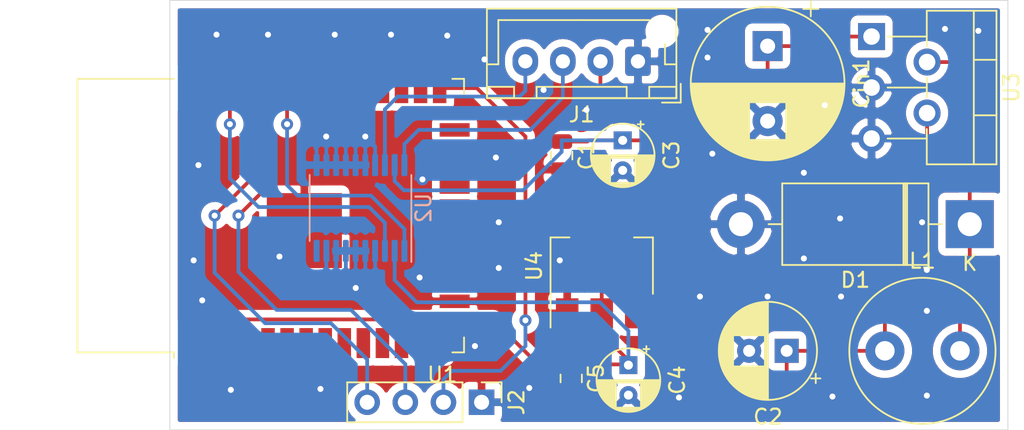
<source format=kicad_pcb>
(kicad_pcb (version 20171130) (host pcbnew "(5.1.6)-1")
  (layers (0 F.Cu signal) (31 B.Cu signal) (34 B.Paste user) (35 F.Paste user) (36 B.SilkS user) (37 F.SilkS user) (38 B.Mask user) (39 F.Mask user) (44 Edge.Cuts user))
  (net 0 "")
  (net 1 GND)
  (net 2 +5V)
  (net 3 +3V3)
  (net 4 +12V)
  (net 5 "Net-(D1-Pad1)")
  (net 6 SCL_HV)
  (net 7 SDA_HV)
  (net 8 BOOT)
  (net 9 TX)
  (net 10 RX)
  (net 11 "Net-(U1-Pad37)")
  (net 12 SCL_LV)
  (net 13 SDA_LV)
  (net 14 "Net-(U1-Pad32)")
  (net 15 "Net-(U1-Pad31)")
  (net 16 "Net-(U1-Pad30)")
  (net 17 "Net-(U1-Pad29)")
  (net 18 "Net-(U1-Pad28)")
  (net 19 "Net-(U1-Pad27)")
  (net 20 "Net-(U1-Pad26)")
  (net 21 "Net-(U1-Pad24)")
  (net 22 "Net-(U1-Pad23)")
  (net 23 "Net-(U1-Pad22)")
  (net 24 "Net-(U1-Pad21)")
  (net 25 "Net-(U1-Pad20)")
  (net 26 "Net-(U1-Pad19)")
  (net 27 "Net-(U1-Pad18)")
  (net 28 "Net-(U1-Pad17)")
  (net 29 "Net-(U1-Pad16)")
  (net 30 "Net-(U1-Pad14)")
  (net 31 "Net-(U1-Pad13)")
  (net 32 "Net-(U1-Pad12)")
  (net 33 "Net-(U1-Pad11)")
  (net 34 "Net-(U1-Pad10)")
  (net 35 "Net-(U1-Pad9)")
  (net 36 "Net-(U1-Pad8)")
  (net 37 "Net-(U1-Pad7)")
  (net 38 "Net-(U1-Pad6)")
  (net 39 "Net-(U1-Pad5)")
  (net 40 "Net-(U1-Pad4)")
  (net 41 "Net-(U1-Pad3)")
  (net 42 "Net-(U2-Pad10)")
  (module Package_TO_SOT_SMD:SOT-223-3_TabPin2 (layer F.Cu) (at 106.299 117.4115 90)
    (fp_text reference U4 (at 0 -4.5 90) (layer F.SilkS))
    (fp_text value AMS1117-3.3 hide)
    (pad 1 smd rect (at -3.15 -2.3 90) (size 2 1.5) (layers F.Cu F.Paste F.Mask) (net 1 GND))
    (pad 3 smd rect (at -3.15 2.3 90) (size 2 1.5) (layers F.Cu F.Paste F.Mask) (net 2 +5V))
    (pad 2 smd rect (at -3.15 0 90) (size 2 1.5) (layers F.Cu F.Paste F.Mask) (net 3 +3V3))
    (pad 2 smd rect (at 3.15 0 90) (size 2 3.8) (layers F.Cu F.Paste F.Mask) (net 3 +3V3))
  )
  (module Package_TO_SOT_THT:TO-220-5_P3.4x3.7mm_StaggerOdd_Lead3.8mm_Vertical (layer F.Cu) (at 124.2695 102.108 270)
    (fp_text reference U3 (at 3.4 -9.32 90) (layer F.SilkS))
    (fp_text value LM2596T-5)
    (pad 5 thru_hole oval (at 6.8 0 270) (size 1.8 1.8) (drill 1.1) (layers *.Cu *.Mask) (net 1 GND))
    (pad 4 thru_hole oval (at 5.1 -3.7 270) (size 1.8 1.8) (drill 1.1) (layers *.Cu *.Mask) (net 2 +5V))
    (pad 3 thru_hole oval (at 3.4 0 270) (size 1.8 1.8) (drill 1.1) (layers *.Cu *.Mask) (net 1 GND))
    (pad 2 thru_hole oval (at 1.7 -3.7 270) (size 1.8 1.8) (drill 1.1) (layers *.Cu *.Mask) (net 5 "Net-(D1-Pad1)"))
    (pad 1 thru_hole rect (at 0 0 270) (size 1.8 1.8) (drill 1.1) (layers *.Cu *.Mask) (net 4 +12V))
  )
  (module Package_SO:TSSOP-20_4.4x6.5mm_P0.65mm (layer B.Cu) (at 90.2335 113.538 90)
    (fp_text reference U2 (at 0 4.2 270) (layer B.SilkS) (effects (justify mirror)))
    (fp_text value TXS0108EPW hide)
    (pad 20 smd roundrect (at 2.8625 2.925 90) (size 1.475 0.4) (layers B.Cu B.Paste B.Mask) (net 7 SDA_HV))
    (pad 19 smd roundrect (at 2.8625 2.275 90) (size 1.475 0.4) (layers B.Cu B.Paste B.Mask) (net 2 +5V))
    (pad 18 smd roundrect (at 2.8625 1.625 90) (size 1.475 0.4) (layers B.Cu B.Paste B.Mask) (net 6 SCL_HV))
    (pad 17 smd roundrect (at 2.8625 0.975 90) (size 1.475 0.4) (layers B.Cu B.Paste B.Mask) (net 1 GND))
    (pad 16 smd roundrect (at 2.8625 0.325 90) (size 1.475 0.4) (layers B.Cu B.Paste B.Mask) (net 1 GND))
    (pad 15 smd roundrect (at 2.8625 -0.325 90) (size 1.475 0.4) (layers B.Cu B.Paste B.Mask) (net 1 GND))
    (pad 14 smd roundrect (at 2.8625 -0.975 90) (size 1.475 0.4) (layers B.Cu B.Paste B.Mask) (net 1 GND))
    (pad 13 smd roundrect (at 2.8625 -1.625 90) (size 1.475 0.4) (layers B.Cu B.Paste B.Mask) (net 1 GND))
    (pad 12 smd roundrect (at 2.8625 -2.275 90) (size 1.475 0.4) (layers B.Cu B.Paste B.Mask) (net 1 GND))
    (pad 11 smd roundrect (at 2.8625 -2.925 90) (size 1.475 0.4) (layers B.Cu B.Paste B.Mask) (net 1 GND))
    (pad 10 smd roundrect (at -2.8625 -2.925 90) (size 1.475 0.4) (layers B.Cu B.Paste B.Mask) (net 42 "Net-(U2-Pad10)"))
    (pad 9 smd roundrect (at -2.8625 -2.275 90) (size 1.475 0.4) (layers B.Cu B.Paste B.Mask) (net 1 GND))
    (pad 8 smd roundrect (at -2.8625 -1.625 90) (size 1.475 0.4) (layers B.Cu B.Paste B.Mask) (net 1 GND))
    (pad 7 smd roundrect (at -2.8625 -0.975 90) (size 1.475 0.4) (layers B.Cu B.Paste B.Mask) (net 1 GND))
    (pad 6 smd roundrect (at -2.8625 -0.325 90) (size 1.475 0.4) (layers B.Cu B.Paste B.Mask) (net 1 GND))
    (pad 5 smd roundrect (at -2.8625 0.325 90) (size 1.475 0.4) (layers B.Cu B.Paste B.Mask) (net 1 GND))
    (pad 4 smd roundrect (at -2.8625 0.975 90) (size 1.475 0.4) (layers B.Cu B.Paste B.Mask) (net 1 GND))
    (pad 3 smd roundrect (at -2.8625 1.625 90) (size 1.475 0.4) (layers B.Cu B.Paste B.Mask) (net 12 SCL_LV))
    (pad 2 smd roundrect (at -2.8625 2.275 90) (size 1.475 0.4) (layers B.Cu B.Paste B.Mask) (net 3 +3V3))
    (pad 1 smd roundrect (at -2.8625 2.925 90) (size 1.475 0.4) (layers B.Cu B.Paste B.Mask) (net 13 SDA_LV))
  )
  (module RF_Module:ESP32-WROOM-32 (layer F.Cu) (at 87.249 114.046 90)
    (fp_text reference U1 (at -10.61 8.43) (layer F.SilkS))
    (fp_text value ESP32-WROOM-32D hide)
    (pad 38 smd rect (at 8.5 -8.255 90) (size 2 0.9) (layers F.Cu F.Paste F.Mask) (net 1 GND))
    (pad 37 smd rect (at 8.5 -6.985 90) (size 2 0.9) (layers F.Cu F.Paste F.Mask) (net 11 "Net-(U1-Pad37)"))
    (pad 36 smd rect (at 8.5 -5.715 90) (size 2 0.9) (layers F.Cu F.Paste F.Mask) (net 12 SCL_LV))
    (pad 35 smd rect (at 8.5 -4.445 90) (size 2 0.9) (layers F.Cu F.Paste F.Mask) (net 9 TX))
    (pad 34 smd rect (at 8.5 -3.175 90) (size 2 0.9) (layers F.Cu F.Paste F.Mask) (net 10 RX))
    (pad 33 smd rect (at 8.5 -1.905 90) (size 2 0.9) (layers F.Cu F.Paste F.Mask) (net 13 SDA_LV))
    (pad 32 smd rect (at 8.5 -0.635 90) (size 2 0.9) (layers F.Cu F.Paste F.Mask) (net 14 "Net-(U1-Pad32)"))
    (pad 31 smd rect (at 8.5 0.635 90) (size 2 0.9) (layers F.Cu F.Paste F.Mask) (net 15 "Net-(U1-Pad31)"))
    (pad 30 smd rect (at 8.5 1.905 90) (size 2 0.9) (layers F.Cu F.Paste F.Mask) (net 16 "Net-(U1-Pad30)"))
    (pad 29 smd rect (at 8.5 3.175 90) (size 2 0.9) (layers F.Cu F.Paste F.Mask) (net 17 "Net-(U1-Pad29)"))
    (pad 28 smd rect (at 8.5 4.445 90) (size 2 0.9) (layers F.Cu F.Paste F.Mask) (net 18 "Net-(U1-Pad28)"))
    (pad 27 smd rect (at 8.5 5.715 90) (size 2 0.9) (layers F.Cu F.Paste F.Mask) (net 19 "Net-(U1-Pad27)"))
    (pad 26 smd rect (at 8.5 6.985 90) (size 2 0.9) (layers F.Cu F.Paste F.Mask) (net 20 "Net-(U1-Pad26)"))
    (pad 25 smd rect (at 8.5 8.255 90) (size 2 0.9) (layers F.Cu F.Paste F.Mask) (net 8 BOOT))
    (pad 24 smd rect (at 5.715 9.255 180) (size 2 0.9) (layers F.Cu F.Paste F.Mask) (net 21 "Net-(U1-Pad24)"))
    (pad 23 smd rect (at 4.445 9.255 180) (size 2 0.9) (layers F.Cu F.Paste F.Mask) (net 22 "Net-(U1-Pad23)"))
    (pad 22 smd rect (at 3.175 9.255 180) (size 2 0.9) (layers F.Cu F.Paste F.Mask) (net 23 "Net-(U1-Pad22)"))
    (pad 21 smd rect (at 1.905 9.255 180) (size 2 0.9) (layers F.Cu F.Paste F.Mask) (net 24 "Net-(U1-Pad21)"))
    (pad 20 smd rect (at 0.635 9.255 180) (size 2 0.9) (layers F.Cu F.Paste F.Mask) (net 25 "Net-(U1-Pad20)"))
    (pad 19 smd rect (at -0.635 9.255 180) (size 2 0.9) (layers F.Cu F.Paste F.Mask) (net 26 "Net-(U1-Pad19)"))
    (pad 18 smd rect (at -1.905 9.255 180) (size 2 0.9) (layers F.Cu F.Paste F.Mask) (net 27 "Net-(U1-Pad18)"))
    (pad 17 smd rect (at -3.175 9.255 180) (size 2 0.9) (layers F.Cu F.Paste F.Mask) (net 28 "Net-(U1-Pad17)"))
    (pad 16 smd rect (at -4.445 9.255 180) (size 2 0.9) (layers F.Cu F.Paste F.Mask) (net 29 "Net-(U1-Pad16)"))
    (pad 15 smd rect (at -5.715 9.255 180) (size 2 0.9) (layers F.Cu F.Paste F.Mask) (net 1 GND))
    (pad 14 smd rect (at -8.5 8.255 90) (size 2 0.9) (layers F.Cu F.Paste F.Mask) (net 30 "Net-(U1-Pad14)"))
    (pad 13 smd rect (at -8.5 6.985 90) (size 2 0.9) (layers F.Cu F.Paste F.Mask) (net 31 "Net-(U1-Pad13)"))
    (pad 12 smd rect (at -8.5 5.715 90) (size 2 0.9) (layers F.Cu F.Paste F.Mask) (net 32 "Net-(U1-Pad12)"))
    (pad 11 smd rect (at -8.5 4.445 90) (size 2 0.9) (layers F.Cu F.Paste F.Mask) (net 33 "Net-(U1-Pad11)"))
    (pad 10 smd rect (at -8.5 3.175 90) (size 2 0.9) (layers F.Cu F.Paste F.Mask) (net 34 "Net-(U1-Pad10)"))
    (pad 9 smd rect (at -8.5 1.905 90) (size 2 0.9) (layers F.Cu F.Paste F.Mask) (net 35 "Net-(U1-Pad9)"))
    (pad 8 smd rect (at -8.5 0.635 90) (size 2 0.9) (layers F.Cu F.Paste F.Mask) (net 36 "Net-(U1-Pad8)"))
    (pad 7 smd rect (at -8.5 -0.635 90) (size 2 0.9) (layers F.Cu F.Paste F.Mask) (net 37 "Net-(U1-Pad7)"))
    (pad 6 smd rect (at -8.5 -1.905 90) (size 2 0.9) (layers F.Cu F.Paste F.Mask) (net 38 "Net-(U1-Pad6)"))
    (pad 5 smd rect (at -8.5 -3.175 90) (size 2 0.9) (layers F.Cu F.Paste F.Mask) (net 39 "Net-(U1-Pad5)"))
    (pad 4 smd rect (at -8.5 -4.445 90) (size 2 0.9) (layers F.Cu F.Paste F.Mask) (net 40 "Net-(U1-Pad4)"))
    (pad 3 smd rect (at -8.5 -5.715 90) (size 2 0.9) (layers F.Cu F.Paste F.Mask) (net 41 "Net-(U1-Pad3)"))
    (pad 2 smd rect (at -8.5 -6.985 90) (size 2 0.9) (layers F.Cu F.Paste F.Mask) (net 3 +3V3))
    (pad 1 smd rect (at -8.5 -8.255 90) (size 2 0.9) (layers F.Cu F.Paste F.Mask) (net 1 GND))
    (pad 39 smd rect (at -1 -0.755 90) (size 5 5) (layers F.Cu F.Paste F.Mask) (net 1 GND))
  )
  (module Inductor_THT:L_Radial_D9.5mm_P5.00mm_Fastron_07HVP (layer F.Cu) (at 125.1585 123.063)
    (fp_text reference L1 (at 2.5 -6) (layer F.SilkS))
    (fp_text value "33 uH")
    (pad 2 thru_hole circle (at 5 0) (size 2.6 2.6) (drill 1.3) (layers *.Cu *.Mask) (net 5 "Net-(D1-Pad1)"))
    (pad 1 thru_hole circle (at 0 0) (size 2.6 2.6) (drill 1.3) (layers *.Cu *.Mask) (net 2 +5V))
  )
  (module Connector_PinHeader_2.54mm:PinHeader_1x04_P2.54mm_Vertical (layer F.Cu) (at 98.298 126.492 270)
    (fp_text reference J2 (at 0 -2.33 90) (layer F.SilkS))
    (fp_text value Prog)
    (pad 4 thru_hole oval (at 0 7.62 270) (size 1.7 1.7) (drill 1) (layers *.Cu *.Mask) (net 9 TX))
    (pad 3 thru_hole oval (at 0 5.08 270) (size 1.7 1.7) (drill 1) (layers *.Cu *.Mask) (net 10 RX))
    (pad 2 thru_hole oval (at 0 2.54 270) (size 1.7 1.7) (drill 1) (layers *.Cu *.Mask) (net 8 BOOT))
    (pad 1 thru_hole rect (at 0 0 270) (size 1.7 1.7) (drill 1) (layers *.Cu *.Mask) (net 1 GND))
  )
  (module Connector_JST:JST_XH_B4B-XH-AM_1x04_P2.50mm_Vertical (layer F.Cu) (at 108.712 103.759 180)
    (fp_text reference J1 (at 3.75 -3.55) (layer F.SilkS))
    (fp_text value Conn_01x04_Male hide)
    (pad "" np_thru_hole circle (at -1.6 2 180) (size 1.2 1.2) (drill 1.2) (layers *.Cu *.Mask))
    (pad 4 thru_hole oval (at 7.5 0 180) (size 1.7 1.95) (drill 0.95) (layers *.Cu *.Mask) (net 6 SCL_HV))
    (pad 3 thru_hole oval (at 5 0 180) (size 1.7 1.95) (drill 0.95) (layers *.Cu *.Mask) (net 7 SDA_HV))
    (pad 2 thru_hole oval (at 2.5 0 180) (size 1.7 1.95) (drill 0.95) (layers *.Cu *.Mask) (net 4 +12V))
    (pad 1 thru_hole roundrect (at 0 0 180) (size 1.7 1.95) (drill 0.95) (layers *.Cu *.Mask) (roundrect_rratio 0.147059) (net 1 GND))
  )
  (module Diode_THT:D_DO-201AD_P15.24mm_Horizontal (layer F.Cu) (at 130.81 114.6175 180)
    (fp_text reference D1 (at 7.62 -3.72) (layer F.SilkS))
    (fp_text value 1N5822)
    (fp_text user K (at 0 -2.6) (layer F.SilkS))
    (pad 2 thru_hole oval (at 15.24 0 180) (size 3.2 3.2) (drill 1.6) (layers *.Cu *.Mask) (net 1 GND))
    (pad 1 thru_hole rect (at 0 0 180) (size 3.2 3.2) (drill 1.6) (layers *.Cu *.Mask) (net 5 "Net-(D1-Pad1)"))
  )
  (module Capacitor_THT:CP_Radial_D10.0mm_P5.00mm (layer F.Cu) (at 117.348 102.743 270)
    (fp_text reference Cin1 (at 2.5 -6.25 90) (layer F.SilkS))
    (fp_text value "680 uF")
    (pad 2 thru_hole circle (at 5 0 270) (size 2 2) (drill 1) (layers *.Cu *.Mask) (net 1 GND))
    (pad 1 thru_hole rect (at 0 0 270) (size 2 2) (drill 1) (layers *.Cu *.Mask) (net 4 +12V))
  )
  (module Capacitor_SMD:C_0805_2012Metric (layer F.Cu) (at 104.267 124.9045 270)
    (fp_text reference C5 (at 0 -1.65 90) (layer F.SilkS))
    (fp_text value "0.1 nF")
    (pad 2 smd roundrect (at 0.9375 0 270) (size 0.975 1.4) (layers F.Cu F.Paste F.Mask) (net 1 GND))
    (pad 1 smd roundrect (at -0.9375 0 270) (size 0.975 1.4) (layers F.Cu F.Paste F.Mask) (net 3 +3V3))
  )
  (module Capacitor_THT:CP_Radial_D4.0mm_P2.00mm (layer F.Cu) (at 108.077 124.0155 270)
    (fp_text reference C4 (at 1 -3.25 90) (layer F.SilkS))
    (fp_text value "10 uF")
    (pad 2 thru_hole circle (at 2 0 270) (size 1.2 1.2) (drill 0.6) (layers *.Cu *.Mask) (net 1 GND))
    (pad 1 thru_hole rect (at 0 0 270) (size 1.2 1.2) (drill 0.6) (layers *.Cu *.Mask) (net 3 +3V3))
  )
  (module Capacitor_THT:CP_Radial_D4.0mm_P2.00mm (layer F.Cu) (at 107.696 109.0295 270)
    (fp_text reference C3 (at 1 -3.25 90) (layer F.SilkS))
    (fp_text value "10 uF")
    (pad 2 thru_hole circle (at 2 0 270) (size 1.2 1.2) (drill 0.6) (layers *.Cu *.Mask) (net 1 GND))
    (pad 1 thru_hole rect (at 0 0 270) (size 1.2 1.2) (drill 0.6) (layers *.Cu *.Mask) (net 2 +5V))
  )
  (module Capacitor_THT:CP_Radial_D6.3mm_P2.50mm (layer F.Cu) (at 118.618 123.063 180)
    (fp_text reference C2 (at 1.25 -4.4) (layer F.SilkS))
    (fp_text value "220 uF")
    (pad 2 thru_hole circle (at 2.5 0 180) (size 1.6 1.6) (drill 0.8) (layers *.Cu *.Mask) (net 1 GND))
    (pad 1 thru_hole rect (at 0 0 180) (size 1.6 1.6) (drill 0.8) (layers *.Cu *.Mask) (net 2 +5V))
  )
  (module Capacitor_SMD:C_0805_2012Metric (layer F.Cu) (at 103.632 110.0455 270)
    (fp_text reference C1 (at 0 -1.65 90) (layer F.SilkS))
    (fp_text value "0.1 nF")
    (pad 2 smd roundrect (at 0.9375 0 270) (size 0.975 1.4) (layers F.Cu F.Paste F.Mask) (net 1 GND))
    (pad 1 smd roundrect (at -0.9375 0 270) (size 0.975 1.4) (layers F.Cu F.Paste F.Mask) (net 2 +5V))
  )
  (gr_line (start 133.35 99.695) (end 77.5335 99.695) (layer Edge.Cuts) (width 0.05))
  (gr_line (start 133.35 128.3335) (end 133.35 99.695) (layer Edge.Cuts) (width 0.05))
  (gr_line (start 77.5335 128.3335) (end 133.35 128.3335) (layer Edge.Cuts) (width 0.05))
  (gr_line (start 77.5335 99.695) (end 77.5335 128.3335) (layer Edge.Cuts) (width 0.05))
  (via (at 84.836 116.7765) (size 0.8) (drill 0.4) (layers F.Cu B.Cu) (net 1))
  (via (at 89.916 118.872) (size 0.8) (drill 0.4) (layers F.Cu B.Cu) (net 1))
  (segment (start 91.2085 117.5795) (end 89.916 118.872) (width 0.25) (layer B.Cu) (net 1))
  (segment (start 91.2085 116.4005) (end 91.2085 117.5795) (width 0.25) (layer B.Cu) (net 1))
  (segment (start 90.5585 118.2295) (end 89.916 118.872) (width 0.25) (layer B.Cu) (net 1))
  (segment (start 90.5585 116.4005) (end 90.5585 118.2295) (width 0.25) (layer B.Cu) (net 1))
  (segment (start 89.9085 118.8645) (end 89.916 118.872) (width 0.25) (layer B.Cu) (net 1))
  (segment (start 89.9085 116.4005) (end 89.9085 118.8645) (width 0.25) (layer B.Cu) (net 1))
  (segment (start 89.2585 118.2145) (end 89.916 118.872) (width 0.25) (layer B.Cu) (net 1))
  (segment (start 89.2585 116.4005) (end 89.2585 118.2145) (width 0.25) (layer B.Cu) (net 1))
  (segment (start 88.6085 117.5645) (end 89.916 118.872) (width 0.25) (layer B.Cu) (net 1))
  (segment (start 88.6085 116.4005) (end 88.6085 117.5645) (width 0.25) (layer B.Cu) (net 1))
  (segment (start 87.9585 116.4005) (end 87.9585 117.8035) (width 0.25) (layer B.Cu) (net 1))
  (segment (start 89.027 118.872) (end 89.916 118.872) (width 0.25) (layer B.Cu) (net 1))
  (segment (start 87.9585 117.8035) (end 89.027 118.872) (width 0.25) (layer B.Cu) (net 1))
  (via (at 87.9475 108.7755) (size 0.8) (drill 0.4) (layers F.Cu B.Cu) (net 1))
  (via (at 90.551 108.7755) (size 0.8) (drill 0.4) (layers F.Cu B.Cu) (net 1))
  (segment (start 91.2085 109.433) (end 90.551 108.7755) (width 0.25) (layer B.Cu) (net 1))
  (segment (start 91.2085 110.6755) (end 91.2085 109.433) (width 0.25) (layer B.Cu) (net 1))
  (segment (start 90.5585 108.783) (end 90.551 108.7755) (width 0.25) (layer B.Cu) (net 1))
  (segment (start 90.5585 110.6755) (end 90.5585 108.783) (width 0.25) (layer B.Cu) (net 1))
  (segment (start 89.9085 109.418) (end 90.551 108.7755) (width 0.25) (layer B.Cu) (net 1))
  (segment (start 89.9085 110.6755) (end 89.9085 109.418) (width 0.25) (layer B.Cu) (net 1))
  (segment (start 89.2585 110.6755) (end 89.2585 109.179) (width 0.25) (layer B.Cu) (net 1))
  (segment (start 89.662 108.7755) (end 90.551 108.7755) (width 0.25) (layer B.Cu) (net 1))
  (segment (start 89.2585 109.179) (end 89.662 108.7755) (width 0.25) (layer B.Cu) (net 1))
  (segment (start 88.6085 109.4365) (end 87.9475 108.7755) (width 0.25) (layer B.Cu) (net 1))
  (segment (start 88.6085 110.6755) (end 88.6085 109.4365) (width 0.25) (layer B.Cu) (net 1))
  (segment (start 87.9585 108.7865) (end 87.9475 108.7755) (width 0.25) (layer B.Cu) (net 1))
  (segment (start 87.9585 110.6755) (end 87.9585 108.7865) (width 0.25) (layer B.Cu) (net 1))
  (segment (start 87.3085 109.4145) (end 87.9475 108.7755) (width 0.25) (layer B.Cu) (net 1))
  (segment (start 87.3085 110.6755) (end 87.3085 109.4145) (width 0.25) (layer B.Cu) (net 1))
  (via (at 99.441 117.5385) (size 0.8) (drill 0.4) (layers F.Cu B.Cu) (net 1))
  (via (at 99.441 114.4905) (size 0.8) (drill 0.4) (layers F.Cu B.Cu) (net 1))
  (via (at 99.2505 110.1725) (size 0.8) (drill 0.4) (layers F.Cu B.Cu) (net 1))
  (via (at 94.1705 118.1735) (size 0.8) (drill 0.4) (layers F.Cu B.Cu) (net 1))
  (via (at 94.361 111.633) (size 0.8) (drill 0.4) (layers F.Cu B.Cu) (net 1))
  (via (at 105.283 106.9975) (size 0.8) (drill 0.4) (layers F.Cu B.Cu) (net 1))
  (via (at 102.4255 105.664) (size 0.8) (drill 0.4) (layers F.Cu B.Cu) (net 1))
  (via (at 98.4885 103.632) (size 0.8) (drill 0.4) (layers F.Cu B.Cu) (net 1))
  (via (at 96.012 102.0445) (size 0.8) (drill 0.4) (layers F.Cu B.Cu) (net 1))
  (via (at 92.2655 101.981) (size 0.8) (drill 0.4) (layers F.Cu B.Cu) (net 1))
  (via (at 88.519 101.981) (size 0.8) (drill 0.4) (layers F.Cu B.Cu) (net 1))
  (via (at 84.074 101.981) (size 0.8) (drill 0.4) (layers F.Cu B.Cu) (net 1))
  (via (at 80.645 101.981) (size 0.8) (drill 0.4) (layers F.Cu B.Cu) (net 1))
  (via (at 79.6925 119.6975) (size 0.8) (drill 0.4) (layers F.Cu B.Cu) (net 1))
  (via (at 79.121 117.0305) (size 0.8) (drill 0.4) (layers F.Cu B.Cu) (net 1))
  (via (at 79.4385 110.6805) (size 0.8) (drill 0.4) (layers F.Cu B.Cu) (net 1))
  (via (at 103.505 117.0305) (size 0.8) (drill 0.4) (layers F.Cu B.Cu) (net 1))
  (via (at 112.8395 119.4435) (size 0.8) (drill 0.4) (layers F.Cu B.Cu) (net 1))
  (via (at 117.348 119.4435) (size 0.8) (drill 0.4) (layers F.Cu B.Cu) (net 1))
  (via (at 122.2375 119.4435) (size 0.8) (drill 0.4) (layers F.Cu B.Cu) (net 1))
  (via (at 122.174 114.2365) (size 0.8) (drill 0.4) (layers F.Cu B.Cu) (net 1))
  (via (at 119.761 111.1885) (size 0.8) (drill 0.4) (layers F.Cu B.Cu) (net 1))
  (via (at 127.9525 117.6655) (size 0.8) (drill 0.4) (layers F.Cu B.Cu) (net 1))
  (via (at 127.9525 120.396) (size 0.8) (drill 0.4) (layers F.Cu B.Cu) (net 1))
  (via (at 121.666 126.111) (size 0.8) (drill 0.4) (layers F.Cu B.Cu) (net 1))
  (via (at 127.9525 126.0475) (size 0.8) (drill 0.4) (layers F.Cu B.Cu) (net 1))
  (via (at 111.4425 126.1745) (size 0.8) (drill 0.4) (layers F.Cu B.Cu) (net 1))
  (via (at 97.8535 122.7455) (size 0.8) (drill 0.4) (layers F.Cu B.Cu) (net 1))
  (via (at 101.473 125.5395) (size 0.8) (drill 0.4) (layers F.Cu B.Cu) (net 1))
  (via (at 87.5665 125.603) (size 0.8) (drill 0.4) (layers F.Cu B.Cu) (net 1))
  (via (at 81.5975 125.6665) (size 0.8) (drill 0.4) (layers F.Cu B.Cu) (net 1))
  (via (at 113.3475 103.505) (size 0.8) (drill 0.4) (layers F.Cu B.Cu) (net 1))
  (via (at 113.3475 101.6635) (size 0.8) (drill 0.4) (layers F.Cu B.Cu) (net 1))
  (via (at 113.665 109.9185) (size 0.8) (drill 0.4) (layers F.Cu B.Cu) (net 1))
  (via (at 131.3815 101.727) (size 0.8) (drill 0.4) (layers F.Cu B.Cu) (net 1))
  (via (at 129.159 101.6) (size 0.8) (drill 0.4) (layers F.Cu B.Cu) (net 1))
  (via (at 127.635 114.4905) (size 0.8) (drill 0.4) (layers F.Cu B.Cu) (net 1))
  (via (at 119.761 116.9035) (size 0.8) (drill 0.4) (layers F.Cu B.Cu) (net 1))
  (via (at 121.158 106.68) (size 0.8) (drill 0.4) (layers F.Cu B.Cu) (net 1))
  (segment (start 103.632 109.0295) (end 107.696 109.0295) (width 0.25) (layer B.Cu) (net 2))
  (segment (start 127.9695 107.208) (end 127.9695 110.7905) (width 0.25) (layer F.Cu) (net 2))
  (segment (start 125.1585 113.6015) (end 125.1585 123.063) (width 0.25) (layer F.Cu) (net 2))
  (segment (start 127.9695 110.7905) (end 125.1585 113.6015) (width 0.25) (layer F.Cu) (net 2))
  (segment (start 118.618 123.063) (end 125.1585 123.063) (width 0.25) (layer F.Cu) (net 2))
  (segment (start 118.618 123.063) (end 118.618 124.5235) (width 0.25) (layer F.Cu) (net 2))
  (segment (start 118.618 124.5235) (end 118.237 124.9045) (width 0.25) (layer F.Cu) (net 2))
  (segment (start 118.237 124.9045) (end 114.3 124.9045) (width 0.25) (layer F.Cu) (net 2))
  (segment (start 109.957 120.5615) (end 108.599 120.5615) (width 0.25) (layer F.Cu) (net 2))
  (segment (start 114.3 124.9045) (end 109.957 120.5615) (width 0.25) (layer F.Cu) (net 2))
  (segment (start 108.599 120.5615) (end 108.599 117.969) (width 0.25) (layer F.Cu) (net 2))
  (segment (start 108.599 117.969) (end 110.6805 115.8875) (width 0.25) (layer F.Cu) (net 2))
  (segment (start 110.6805 115.8875) (end 110.6805 110.5535) (width 0.25) (layer F.Cu) (net 2))
  (segment (start 109.1565 109.0295) (end 107.696 109.0295) (width 0.25) (layer F.Cu) (net 2))
  (segment (start 110.6805 110.5535) (end 109.1565 109.0295) (width 0.25) (layer F.Cu) (net 2))
  (segment (start 103.632 109.108) (end 105.3315 109.108) (width 0.25) (layer F.Cu) (net 2))
  (segment (start 105.41 109.0295) (end 107.696 109.0295) (width 0.25) (layer F.Cu) (net 2))
  (segment (start 105.3315 109.108) (end 105.41 109.0295) (width 0.25) (layer F.Cu) (net 2))
  (segment (start 92.5085 110.6755) (end 92.5085 111.749) (width 0.25) (layer B.Cu) (net 2))
  (segment (start 93.117501 112.358001) (end 101.065499 112.358001) (width 0.25) (layer B.Cu) (net 2))
  (segment (start 92.5085 111.749) (end 93.117501 112.358001) (width 0.25) (layer B.Cu) (net 2))
  (segment (start 103.632 109.7915) (end 103.632 109.0295) (width 0.25) (layer B.Cu) (net 2))
  (segment (start 101.065499 112.358001) (end 103.632 109.7915) (width 0.25) (layer B.Cu) (net 2))
  (segment (start 108.0285 123.967) (end 108.077 124.0155) (width 0.25) (layer F.Cu) (net 3))
  (segment (start 104.267 123.967) (end 108.0285 123.967) (width 0.25) (layer F.Cu) (net 3))
  (segment (start 106.299 120.5615) (end 106.299 121.92) (width 0.25) (layer F.Cu) (net 3))
  (segment (start 108.077 123.698) (end 108.077 124.0155) (width 0.25) (layer F.Cu) (net 3))
  (segment (start 106.299 121.92) (end 108.077 123.698) (width 0.25) (layer F.Cu) (net 3))
  (segment (start 106.299 120.5615) (end 106.299 114.2615) (width 0.25) (layer F.Cu) (net 3))
  (segment (start 80.264 121.296) (end 80.5925 120.9675) (width 0.25) (layer F.Cu) (net 3))
  (segment (start 80.264 122.546) (end 80.264 121.296) (width 0.25) (layer F.Cu) (net 3))
  (segment (start 80.5925 120.9675) (end 99.06 120.9675) (width 0.25) (layer F.Cu) (net 3))
  (segment (start 102.0595 123.967) (end 104.267 123.967) (width 0.25) (layer F.Cu) (net 3))
  (segment (start 99.06 120.9675) (end 102.0595 123.967) (width 0.25) (layer F.Cu) (net 3))
  (segment (start 92.5085 116.4005) (end 92.5085 118.353) (width 0.25) (layer B.Cu) (net 3))
  (segment (start 92.5085 118.353) (end 93.98 119.8245) (width 0.25) (layer B.Cu) (net 3))
  (segment (start 93.98 119.8245) (end 106.172 119.8245) (width 0.25) (layer B.Cu) (net 3))
  (segment (start 108.077 121.7295) (end 108.077 124.0155) (width 0.25) (layer B.Cu) (net 3))
  (segment (start 106.172 119.8245) (end 108.077 121.7295) (width 0.25) (layer B.Cu) (net 3))
  (segment (start 124.2695 102.108) (end 121.412 102.108) (width 0.25) (layer F.Cu) (net 4))
  (segment (start 120.777 102.743) (end 117.348 102.743) (width 0.25) (layer F.Cu) (net 4))
  (segment (start 121.412 102.108) (end 120.777 102.743) (width 0.25) (layer F.Cu) (net 4))
  (segment (start 117.348 102.743) (end 117.348 104.394) (width 0.25) (layer F.Cu) (net 4))
  (segment (start 117.348 104.394) (end 115.189 106.553) (width 0.25) (layer F.Cu) (net 4))
  (segment (start 115.189 106.553) (end 107.188 106.553) (width 0.25) (layer F.Cu) (net 4))
  (segment (start 106.212 105.577) (end 106.212 103.759) (width 0.25) (layer F.Cu) (net 4))
  (segment (start 107.188 106.553) (end 106.212 105.577) (width 0.25) (layer F.Cu) (net 4))
  (segment (start 127.9695 103.808) (end 129.843 103.808) (width 0.25) (layer F.Cu) (net 5))
  (segment (start 130.81 104.775) (end 130.81 114.6175) (width 0.25) (layer F.Cu) (net 5))
  (segment (start 129.843 103.808) (end 130.81 104.775) (width 0.25) (layer F.Cu) (net 5))
  (segment (start 130.1585 123.063) (end 130.1585 120.2855) (width 0.25) (layer F.Cu) (net 5))
  (segment (start 130.81 119.634) (end 130.81 114.6175) (width 0.25) (layer F.Cu) (net 5))
  (segment (start 130.1585 120.2855) (end 130.81 119.634) (width 0.25) (layer F.Cu) (net 5))
  (segment (start 91.8585 108.8015) (end 91.8585 110.6755) (width 0.25) (layer B.Cu) (net 6))
  (segment (start 101.212 103.759) (end 101.212 105.7345) (width 0.25) (layer B.Cu) (net 6))
  (segment (start 100.838 106.1085) (end 92.71 106.1085) (width 0.25) (layer B.Cu) (net 6))
  (segment (start 92.71 106.1085) (end 91.8585 106.96) (width 0.25) (layer B.Cu) (net 6))
  (segment (start 101.212 105.7345) (end 100.838 106.1085) (width 0.25) (layer B.Cu) (net 6))
  (segment (start 91.8585 106.96) (end 91.8585 108.8015) (width 0.25) (layer B.Cu) (net 6))
  (segment (start 93.1585 110.6755) (end 93.1585 109.2795) (width 0.25) (layer B.Cu) (net 7))
  (segment (start 93.1585 109.2795) (end 94.107 108.331) (width 0.25) (layer B.Cu) (net 7))
  (segment (start 94.107 108.331) (end 101.5365 108.331) (width 0.25) (layer B.Cu) (net 7))
  (segment (start 103.712 106.1555) (end 103.712 103.759) (width 0.25) (layer B.Cu) (net 7))
  (segment (start 101.5365 108.331) (end 103.712 106.1555) (width 0.25) (layer B.Cu) (net 7))
  (via (at 101.219 121.031) (size 0.8) (drill 0.4) (layers F.Cu B.Cu) (net 8))
  (segment (start 99.568 124.3965) (end 101.219 122.7455) (width 0.25) (layer B.Cu) (net 8))
  (segment (start 96.3295 124.3965) (end 99.568 124.3965) (width 0.25) (layer B.Cu) (net 8))
  (segment (start 95.758 126.492) (end 95.758 124.968) (width 0.25) (layer B.Cu) (net 8))
  (segment (start 101.219 122.7455) (end 101.219 121.031) (width 0.25) (layer B.Cu) (net 8))
  (segment (start 95.758 124.968) (end 96.3295 124.3965) (width 0.25) (layer B.Cu) (net 8))
  (segment (start 101.219 121.031) (end 101.219 108.7755) (width 0.25) (layer F.Cu) (net 8))
  (segment (start 97.9895 105.546) (end 95.504 105.546) (width 0.25) (layer F.Cu) (net 8))
  (segment (start 101.219 108.7755) (end 97.9895 105.546) (width 0.25) (layer F.Cu) (net 8))
  (segment (start 82.804 105.546) (end 82.804 111.76) (width 0.25) (layer F.Cu) (net 9))
  (segment (start 82.804 111.76) (end 80.518 114.046) (width 0.25) (layer F.Cu) (net 9))
  (via (at 80.518 114.046) (size 0.8) (drill 0.4) (layers F.Cu B.Cu) (net 9))
  (segment (start 80.518 114.046) (end 80.518 117.856) (width 0.25) (layer B.Cu) (net 9))
  (segment (start 80.518 117.856) (end 83.8835 121.2215) (width 0.25) (layer B.Cu) (net 9))
  (segment (start 83.8835 121.2215) (end 88.265 121.2215) (width 0.25) (layer B.Cu) (net 9))
  (segment (start 90.678 123.6345) (end 90.678 126.492) (width 0.25) (layer B.Cu) (net 9))
  (segment (start 88.265 121.2215) (end 90.678 123.6345) (width 0.25) (layer B.Cu) (net 9))
  (segment (start 83.668999 105.951001) (end 83.668999 112.482501) (width 0.25) (layer F.Cu) (net 10))
  (segment (start 84.074 105.546) (end 83.668999 105.951001) (width 0.25) (layer F.Cu) (net 10))
  (segment (start 83.668999 112.482501) (end 82.1055 114.046) (width 0.25) (layer F.Cu) (net 10))
  (via (at 82.1055 114.046) (size 0.8) (drill 0.4) (layers F.Cu B.Cu) (net 10))
  (segment (start 82.1055 114.046) (end 82.1055 117.7925) (width 0.25) (layer B.Cu) (net 10))
  (segment (start 82.1055 117.7925) (end 84.6455 120.3325) (width 0.25) (layer B.Cu) (net 10))
  (segment (start 84.6455 120.3325) (end 89.5985 120.3325) (width 0.25) (layer B.Cu) (net 10))
  (segment (start 93.218 123.952) (end 93.218 126.492) (width 0.25) (layer B.Cu) (net 10))
  (segment (start 89.5985 120.3325) (end 93.218 123.952) (width 0.25) (layer B.Cu) (net 10))
  (via (at 81.534 107.95) (size 0.8) (drill 0.4) (layers F.Cu B.Cu) (net 12))
  (segment (start 81.534 107.95) (end 81.534 105.546) (width 0.25) (layer F.Cu) (net 12))
  (segment (start 91.8585 116.4005) (end 91.8585 114.528) (width 0.25) (layer B.Cu) (net 12))
  (segment (start 91.8585 114.528) (end 90.805 113.4745) (width 0.25) (layer B.Cu) (net 12))
  (segment (start 90.805 113.4745) (end 83.439 113.4745) (width 0.25) (layer B.Cu) (net 12))
  (segment (start 81.534 111.5695) (end 81.534 107.95) (width 0.25) (layer B.Cu) (net 12))
  (segment (start 83.439 113.4745) (end 81.534 111.5695) (width 0.25) (layer B.Cu) (net 12))
  (via (at 85.344 107.95) (size 0.8) (drill 0.4) (layers F.Cu B.Cu) (net 13))
  (segment (start 85.344 107.95) (end 85.344 105.546) (width 0.25) (layer F.Cu) (net 13))
  (segment (start 86.0425 112.7125) (end 85.344 112.014) (width 0.25) (layer B.Cu) (net 13))
  (segment (start 93.1585 115.711942) (end 93.1545 115.707942) (width 0.25) (layer B.Cu) (net 13))
  (segment (start 85.344 112.014) (end 85.344 107.95) (width 0.25) (layer B.Cu) (net 13))
  (segment (start 93.1585 116.4005) (end 93.1585 115.711942) (width 0.25) (layer B.Cu) (net 13))
  (segment (start 86.0425 112.7125) (end 90.932 112.7125) (width 0.25) (layer B.Cu) (net 13))
  (segment (start 93.1585 114.939) (end 93.1585 116.4005) (width 0.25) (layer B.Cu) (net 13))
  (segment (start 90.932 112.7125) (end 93.1585 114.939) (width 0.25) (layer B.Cu) (net 13))
  (zone (net 1) (net_name GND) (layer B.Cu) (connect_pads (clearance 0.508)) (min_thickness 0.254) (fill yes (arc_segments 32) (thermal_gap 0.508) (thermal_bridge_width 0.508))
    (polygon (pts (xy 133.35 128.3335) (xy 77.5335 128.3335) (xy 77.5335 99.695) (xy 133.35 99.695)))
  )
  (zone (net 1) (net_name GND) (layer F.Cu) (connect_pads (clearance 0.508)) (min_thickness 0.254) (fill yes (arc_segments 32) (thermal_gap 0.508) (thermal_bridge_width 0.508))
    (polygon (pts (xy 133.35 128.3335) (xy 77.5335 128.3335) (xy 77.5335 99.695) (xy 133.35 99.695)))
  )
)
</source>
